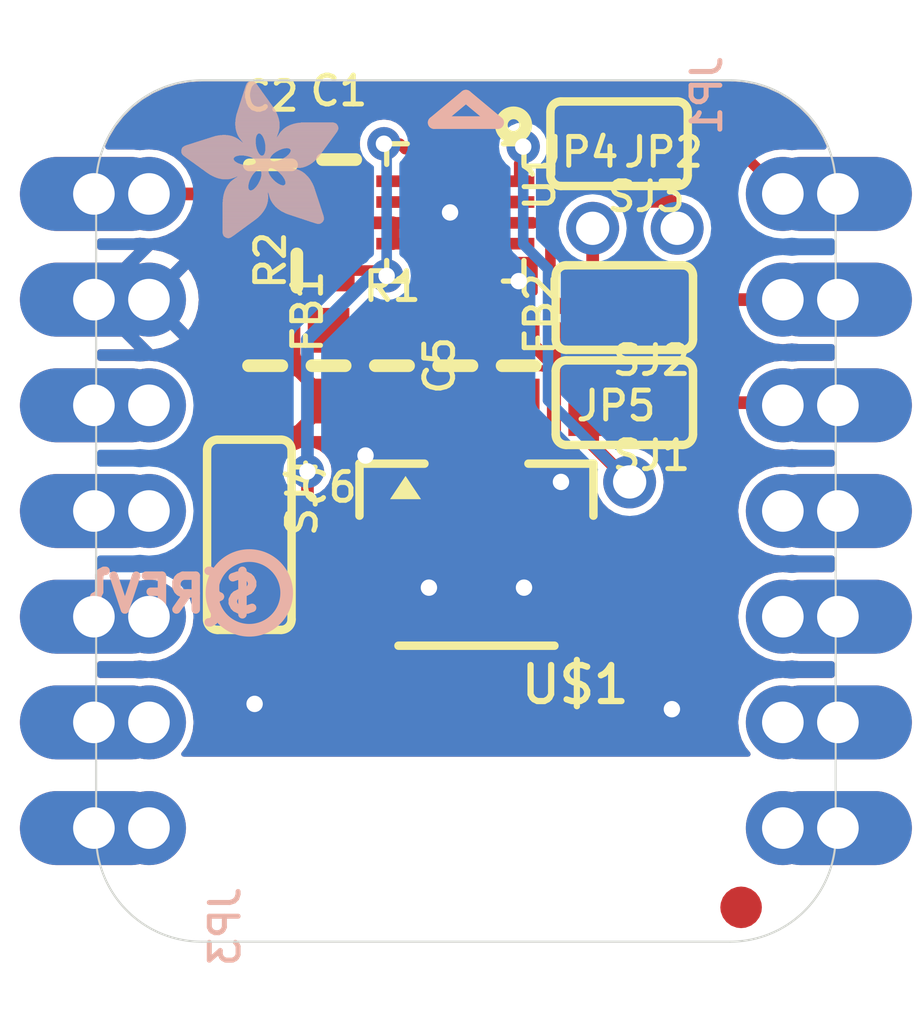
<source format=kicad_pcb>
(kicad_pcb (version 20221018) (generator pcbnew)
  (layers (0 "F.Cu" signal) (1 "In1.Cu" signal) (2 "In2.Cu" signal) (3 "In3.Cu" signal) (4 "In4.Cu" signal) (5 "In5.Cu" signal) (6 "In6.Cu" signal) (7 "In7.Cu" signal) (8 "In8.Cu" signal) (9 "In9.Cu" signal) (10 "In10.Cu" signal) (11 "In11.Cu" signal) (12 "In12.Cu" signal) (13 "In13.Cu" signal) (14 "In14.Cu" signal) (31 "B.Cu" signal) (34 "B.Paste" user) (35 "F.Paste" user) (36 "B.SilkS" user "B.Silkscreen") (37 "F.SilkS" user "F.Silkscreen") (38 "B.Mask" user) (39 "F.Mask" user) (44 "Edge.Cuts" user))
  (net 0 "")
  (net 1 "GND")
  (net 2 "+5V")
  (net 3 "A3")
  (net 4 "A0")
  (net 5 "A1")
  (net 6 "A2")
  (net 7 "SDA")
  (net 8 "SCL")
  (net 9 "TX")
  (net 10 "3V")
  (net 11 "MOSI")
  (net 12 "SCK")
  (net 13 "RX")
  (net 14 "MISO")
  (net 15 "SD_MODE")
  (net 16 "N$5")
  (net 17 "N$6")
  (net 18 "VO-")
  (net 19 "VO+")
  (net 20 "BCLK")
  (net 21 "LRCLK")
  (net 22 "DIN")
  (net 23 "GAIN")
  (net 24 "N$1")
  (footprint "working:FIDUCIAL_1MM" (layer "F.Cu") (at 155.1178 114.5286)
    (fp_text reference "U$6" hide)
    (fp_text value "FIDUCIAL_1MM" hide)
    (pad "1" smd roundrect (at 0 0) (size 1 1) (layers "F.Cu" "F.Mask") (roundrect_rratio 0.5))
  )
  (footprint "working:PLABEL3" (layer "F.Cu") (at 142.4051 97.5106 90)
    (fp_text reference "PLABEL3" hide)
    (fp_text value "" hide)
  )
  (footprint "working:PLABEL8" (layer "F.Cu") (at 142.5321 99.9236 90)
    (fp_text reference "PLABEL8" hide)
    (fp_text value "" hide)
  )
  (footprint "working:SOLDERJUMPER_CLOSEDWIRE" (layer "F.Cu") (at 152.3111 102.4001 180)
    (fp_text reference "SJ1" (at -1.651 -1.27) (layer "F.SilkS") (effects (font (size 0.692831 0.692831) (thickness 0.119969)) (justify right)))
    (fp_text value "")
    (pad "1" smd rect (at -0.762 0 180) (size 1.1684 1.6002) (layers "F.Cu") (net 6 "A2"))
    (pad "2" smd rect (at 0.762 0 180) (size 1.1684 1.6002) (layers "F.Cu") (net 20 "BCLK"))
    (pad "WIRE" smd rect (at 0 0) (size 0.635 0.2032) (layers "F.Cu"))
  )
  (footprint "working:1X01_2MM" (layer "F.Cu") (at 152.4381 104.3051)
    (fp_text reference "JP5" (at -1.3462 -1.8288) (layer "F.SilkS") (effects (font (size 0.692831 0.692831) (thickness 0.119969)) (justify left)))
    (fp_text value "")
    (pad "1" thru_hole circle (at 0 0 90) (size 1.27 1.27) (drill 0.8) (layers "*.Cu" "*.Mask") (net 20 "BCLK"))
  )
  (footprint "working:SOLDERJUMPER_2WAY_OPEN_NOPASTE" (layer "F.Cu") (at 143.2941 105.5751 -90)
    (fp_text reference "SJ4" (at -1.905 -1.27 90) (layer "F.SilkS") (effects (font (size 0.692831 0.692831) (thickness 0.119969)) (justify right)))
    (fp_text value "")
    (pad "1" smd rect (at -1.397 0 270) (size 1.1684 1.6002) (layers "F.Cu") (net 24 "N$1"))
    (pad "2" smd rect (at 0 0 270) (size 1.1684 1.6002) (layers "F.Cu") (net 15 "SD_MODE"))
    (pad "3" smd rect (at 1.397 0 270) (size 1.1684 1.6002) (layers "F.Cu") (net 2 "+5V"))
  )
  (footprint "working:FIDUCIAL_1MM" (layer "F.Cu") (at 141.7066 95.6056)
    (fp_text reference "U$8" hide)
    (fp_text value "FIDUCIAL_1MM" hide)
    (pad "1" smd roundrect (at 0 0) (size 1 1) (layers "F.Cu" "F.Mask") (roundrect_rratio 0.5))
  )
  (footprint "working:0603-NO" (layer "F.Cu") (at 143.6751 101.5111 90)
    (fp_text reference "R2" (at 1.778 0.127 90) (layer "F.SilkS") (effects (font (size 0.692831 0.692831) (thickness 0.119969)) (justify left)))
    (fp_text value "560K")
    (pad "1" smd rect (at -0.85 0 90) (size 1.075 1) (layers "F.Cu" "F.Paste" "F.Mask") (net 24 "N$1"))
    (pad "2" smd rect (at 0.85 0 90) (size 1.075 1) (layers "F.Cu" "F.Paste" "F.Mask") (net 2 "+5V"))
  )
  (footprint "working:PLABEL23" (layer "F.Cu") (at 142.0241 103.0351)
    (fp_text reference "PLABEL23" hide)
    (fp_text value "" hide)
  )
  (footprint "working:PLABEL7" (layer "F.Cu") (at 154.5971 104.8131 90)
    (fp_text reference "PLABEL7" hide)
    (fp_text value "" hide)
  )
  (footprint "working:PLABEL21" (layer "F.Cu") (at 148.8821 109.7661)
    (fp_text reference "PLABEL21" hide)
    (fp_text value "" hide)
  )
  (footprint "working:PLABEL20" (layer "F.Cu") (at 148.6281 113.0681)
    (fp_text reference "PLABEL20" hide)
    (fp_text value "" hide)
  )
  (footprint "working:PLABEL14" (layer "F.Cu") (at 142.5321 112.6236 90)
    (fp_text reference "PLABEL14" hide)
    (fp_text value "" hide)
  )
  (footprint "working:0603-NO" (layer "F.Cu") (at 148.2471 101.5111 -90)
    (fp_text reference "FB2" (at -0.1905 -2.032 90) (layer "F.SilkS") (effects (font (size 0.692831 0.692831) (thickness 0.119969)) (justify left)))
    (fp_text value "Ferrite")
    (pad "1" smd rect (at -0.85 0 270) (size 1.075 1) (layers "F.Cu" "F.Paste" "F.Mask") (net 16 "N$5"))
    (pad "2" smd rect (at 0.85 0 270) (size 1.075 1) (layers "F.Cu" "F.Paste" "F.Mask") (net 18 "VO-"))
  )
  (footprint "working:0603-NO" (layer "F.Cu") (at 144.4371 99.2251 180)
    (fp_text reference "R1" (at -3.048 -0.381) (layer "F.SilkS") (effects (font (size 0.692831 0.692831) (thickness 0.119969)) (justify right)))
    (fp_text value "1M")
    (pad "1" smd rect (at -0.85 0 180) (size 1.075 1) (layers "F.Cu" "F.Paste" "F.Mask") (net 15 "SD_MODE"))
    (pad "2" smd rect (at 0.85 0 180) (size 1.075 1) (layers "F.Cu" "F.Paste" "F.Mask") (net 2 "+5V"))
  )
  (footprint "working:QFN16_3MM" (layer "F.Cu") (at 148.2471 97.8281 -90)
    (fp_text reference "U1" (at -1.524 -2.032 90) (layer "F.SilkS") (effects (font (size 0.692831 0.692831) (thickness 0.119969)) (justify right)))
    (fp_text value "MAX98357A")
    (pad "1" smd rect (at -1.5 -0.75 270) (size 0.8 0.28) (layers "F.Cu" "F.Paste") (net 22 "DIN"))
    (pad "2" smd rect (at -1.5 -0.25 270) (size 0.8 0.28) (layers "F.Cu" "F.Paste") (net 23 "GAIN"))
    (pad "3" smd rect (at -1.5 0.25 270) (size 0.8 0.28) (layers "F.Cu" "F.Paste") (net 1 "GND"))
    (pad "4" smd rect (at -1.5 0.75 270) (size 0.8 0.28) (layers "F.Cu" "F.Paste") (net 15 "SD_MODE"))
    (pad "5" smd rect (at -0.75 1.5) (size 0.8 0.28) (layers "F.Cu" "F.Paste"))
    (pad "6" smd rect (at -0.25 1.5) (size 0.8 0.28) (layers "F.Cu" "F.Paste"))
    (pad "7" smd rect (at 0.25 1.5) (size 0.8 0.28) (layers "F.Cu" "F.Paste") (net 2 "+5V"))
    (pad "8" smd rect (at 0.75 1.5) (size 0.8 0.28) (layers "F.Cu" "F.Paste") (net 2 "+5V"))
    (pad "9" smd rect (at 1.5 0.75 90) (size 0.8 0.28) (layers "F.Cu" "F.Paste") (net 17 "N$6"))
    (pad "10" smd rect (at 1.5 0.25 90) (size 0.8 0.28) (layers "F.Cu" "F.Paste") (net 16 "N$5"))
    (pad "11" smd rect (at 1.5 -0.25 90) (size 0.8 0.28) (layers "F.Cu" "F.Paste") (net 1 "GND"))
    (pad "12" smd rect (at 1.5 -0.75 90) (size 0.8 0.28) (layers "F.Cu" "F.Paste"))
    (pad "13" smd rect (at 0.75 -1.5 180) (size 0.8 0.28) (layers "F.Cu" "F.Paste"))
    (pad "14" smd rect (at 0.25 -1.5 180) (size 0.8 0.28) (layers "F.Cu" "F.Paste") (net 21 "LRCLK"))
    (pad "15" smd rect (at -0.25 -1.5 180) (size 0.8 0.28) (layers "F.Cu" "F.Paste") (net 1 "GND"))
    (pad "16" smd rect (at -0.75 -1.5 180) (size 0.8 0.28) (layers "F.Cu" "F.Paste") (net 20 "BCLK"))
    (pad "THERMAL" smd rect (at 0 0 270) (size 1.5 1.5) (layers "F.Cu" "F.Mask") (net 1 "GND"))
  )
  (footprint "working:0603-NO" (layer "F.Cu") (at 145.4531 96.5581 90)
    (fp_text reference "C1" (at 1.651 -0.762) (layer "F.SilkS") (effects (font (size 0.692831 0.692831) (thickness 0.119969)) (justify left)))
    (fp_text value "0.1uF")
    (pad "1" smd rect (at -0.85 0 90) (size 1.075 1) (layers "F.Cu" "F.Paste" "F.Mask") (net 2 "+5V"))
    (pad "2" smd rect (at 0.85 0 90) (size 1.075 1) (layers "F.Cu" "F.Paste" "F.Mask") (net 1 "GND"))
  )
  (footprint "working:PLABEL5" (layer "F.Cu") (at 154.5971 102.4001 90)
    (fp_text reference "PLABEL5" hide)
    (fp_text value "" hide)
  )
  (footprint "working:53398-0271" (layer "F.Cu") (at 148.7551 105.4481 180)
    (fp_text reference "U$1" (at -3.75 -3.73) (layer "F.SilkS") (effects (font (size 0.866038 0.866038) (thickness 0.149962)) (justify right)))
    (fp_text value "CON_MOLEX_2P")
    (pad "1" smd rect (at 0.625 1.27) (size 0.8 1.6) (layers "F.Cu" "F.Paste" "F.Mask") (net 19 "VO+"))
    (pad "2" smd rect (at -0.625 1.27) (size 0.8 1.6) (layers "F.Cu" "F.Paste" "F.Mask") (net 18 "VO-"))
    (pad "M1" smd rect (at 3.185 -1.48 90) (size 3 2.1) (layers "F.Cu" "F.Paste" "F.Mask") (net 1 "GND"))
    (pad "M2" smd rect (at -3.185 -1.48 90) (size 3 2.1) (layers "F.Cu" "F.Paste" "F.Mask") (net 1 "GND"))
  )
  (footprint "working:0603-NO" (layer "F.Cu") (at 145.1991 101.5111 -90)
    (fp_text reference "C6" (at 2.921 0.762) (layer "F.SilkS") (effects (font (size 0.692831 0.692831) (thickness 0.119969)) (justify left)))
    (fp_text value "220pF")
    (pad "1" smd rect (at -0.85 0 270) (size 1.075 1) (layers "F.Cu" "F.Paste" "F.Mask") (net 19 "VO+"))
    (pad "2" smd rect (at 0.85 0 270) (size 1.075 1) (layers "F.Cu" "F.Paste" "F.Mask") (net 1 "GND"))
  )
  (footprint "working:PLABEL4" (layer "F.Cu") (at 154.5971 99.7331 90)
    (fp_text reference "PLABEL4" hide)
    (fp_text value "" hide)
  )
  (footprint "working:0603-NO" (layer "F.Cu") (at 149.7711 101.5111 90)
    (fp_text reference "C5" (at 0.762 -1.905 90) (layer "F.SilkS") (effects (font (size 0.692831 0.692831) (thickness 0.119969)) (justify right)))
    (fp_text value "220pF")
    (pad "1" smd rect (at -0.85 0 90) (size 1.075 1) (layers "F.Cu" "F.Paste" "F.Mask") (net 18 "VO-"))
    (pad "2" smd rect (at 0.85 0 90) (size 1.075 1) (layers "F.Cu" "F.Paste" "F.Mask") (net 1 "GND"))
  )
  (footprint "working:0805-NO" (layer "F.Cu") (at 143.8021 96.6851 90)
    (fp_text reference "C2" (at 1.651 -0.762) (layer "F.SilkS") (effects (font (size 0.692831 0.692831) (thickness 0.119969)) (justify left)))
    (fp_text value "10uF")
    (pad "1" smd rect (at -0.95 0 90) (size 1.24 1.5) (layers "F.Cu" "F.Paste" "F.Mask") (net 2 "+5V"))
    (pad "2" smd rect (at 0.95 0 90) (size 1.24 1.5) (layers "F.Cu" "F.Paste" "F.Mask") (net 1 "GND"))
  )
  (footprint "working:PLABEL22" (layer "F.Cu") (at 142.9131 109.1311)
    (fp_text reference "PLABEL22" hide)
    (fp_text value "" hide)
  )
  (footprint "working:1X01_2MM" (layer "F.Cu") (at 151.5491 98.2091)
    (fp_text reference "JP4" (at -1.3462 -1.8288) (layer "F.SilkS") (effects (font (size 0.692831 0.692831) (thickness 0.119969)) (justify left)))
    (fp_text value "")
    (pad "1" thru_hole circle (at 0 0 90) (size 1.27 1.27) (drill 0.8) (layers "*.Cu" "*.Mask") (net 21 "LRCLK"))
  )
  (footprint "working:1X01_2MM" (layer "F.Cu") (at 153.5811 98.2091)
    (fp_text reference "JP2" (at -1.3462 -1.8288) (layer "F.SilkS") (effects (font (size 0.692831 0.692831) (thickness 0.119969)) (justify left)))
    (fp_text value "")
    (pad "1" thru_hole circle (at 0 0 90) (size 1.27 1.27) (drill 0.8) (layers "*.Cu" "*.Mask") (net 22 "DIN"))
  )
  (footprint "working:PLABEL12" (layer "F.Cu") (at 154.5971 107.4801 90)
    (fp_text reference "PLABEL12" hide)
    (fp_text value "" hide)
  )
  (footprint "working:PLABEL6" (layer "F.Cu") (at 154.5971 97.1931 90)
    (fp_text reference "PLABEL6" hide)
    (fp_text value "" hide)
  )
  (footprint "working:PLABEL1" (layer "F.Cu") (at 154.5971 112.8141 90)
    (fp_text reference "PLABEL1" hide)
    (fp_text value "" hide)
  )
  (footprint "working:SOLDERJUMPER_CLOSEDWIRE" (layer "F.Cu") (at 152.3111 100.1141 180)
    (fp_text reference "SJ2" (at -1.651 -1.27) (layer "F.SilkS") (effects (font (size 0.692831 0.692831) (thickness 0.119969)) (justify right)))
    (fp_text value "")
    (pad "1" smd rect (at -0.762 0 180) (size 1.1684 1.6002) (layers "F.Cu") (net 5 "A1"))
    (pad "2" smd rect (at 0.762 0 180) (size 1.1684 1.6002) (layers "F.Cu") (net 21 "LRCLK"))
    (pad "WIRE" smd rect (at 0 0) (size 0.635 0.2032) (layers "F.Cu"))
  )
  (footprint "working:PLABEL2" (layer "F.Cu") (at 154.5971 110.1471 90)
    (fp_text reference "PLABEL2" hide)
    (fp_text value "" hide)
  )
  (footprint "working:0603-NO" (layer "F.Cu") (at 146.7231 101.5111 -90)
    (fp_text reference "FB1" (at -2.3495 2.032 90) (layer "F.SilkS") (effects (font (size 0.692831 0.692831) (thickness 0.119969)) (justify right)))
    (fp_text value "Ferrite")
    (pad "1" smd rect (at -0.85 0 270) (size 1.075 1) (layers "F.Cu" "F.Paste" "F.Mask") (net 17 "N$6"))
    (pad "2" smd rect (at 0.85 0 270) (size 1.075 1) (layers "F.Cu" "F.Paste" "F.Mask") (net 19 "VO+"))
  )
  (footprint "working:SOLDERJUMPER_CLOSEDWIRE" (layer "F.Cu") (at 152.1841 96.1771 180)
    (fp_text reference "SJ3" (at -1.651 -1.27) (layer "F.SilkS") (effects (font (size 0.692831 0.692831) (thickness 0.119969)) (justify right)))
    (fp_text value "")
    (pad "1" smd rect (at -0.762 0 180) (size 1.1684 1.6002) (layers "F.Cu") (net 4 "A0"))
    (pad "2" smd rect (at 0.762 0 180) (size 1.1684 1.6002) (layers "F.Cu") (net 22 "DIN"))
    (pad "WIRE" smd rect (at 0 0) (size 0.635 0.2032) (layers "F.Cu"))
  )
  (footprint "working:1X07_CASTEL" (layer "B.Cu") (at 140.8811 105.0036 90)
    (fp_text reference "JP3" (at -8.9662 1.8288 90) (layer "B.SilkS") (effects (font (size 0.692831 0.692831) (thickness 0.119969)) (justify left mirror)))
    (fp_text value "")
    (pad "1" thru_hole circle (at -7.62 0) (size 1.778 1.778) (drill 1) (layers "*.Cu" "*.Mask") (net 13 "RX"))
    (pad "1C" thru_hole oval (at -7.62 -1.323975) (size 3.556 1.778) (drill 1) (layers "*.Cu" "*.Mask") (net 13 "RX"))
    (pad "2" thru_hole circle (at -5.08 0) (size 1.778 1.778) (drill 1) (layers "*.Cu" "*.Mask") (net 12 "SCK"))
    (pad "2C" thru_hole oval (at -5.08 -1.323975) (size 3.556 1.778) (drill 1) (layers "*.Cu" "*.Mask") (net 12 "SCK"))
    (pad "3" thru_hole circle (at -2.54 0) (size 1.778 1.778) (drill 1) (layers "*.Cu" "*.Mask") (net 14 "MISO"))
    (pad "3C" thru_hole oval (at -2.54 -1.323975) (size 3.556 1.778) (drill 1) (layers "*.Cu" "*.Mask") (net 14 "MISO"))
    (pad "4" thru_hole circle (at 0 0) (size 1.778 1.778) (drill 1) (layers "*.Cu" "*.Mask") (net 11 "MOSI"))
    (pad "4C" thru_hole oval (at 0 -1.323975) (size 3.556 1.778) (drill 1) (layers "*.Cu" "*.Mask") (net 11 "MOSI"))
    (pad "5" thru_hole circle (at 2.54 0) (size 1.778 1.778) (drill 1) (layers "*.Cu" "*.Mask") (net 10 "3V"))
    (pad "5C" thru_hole oval (at 2.54 -1.323975) (size 3.556 1.778) (drill 1) (layers "*.Cu" "*.Mask") (net 10 "3V"))
    (pad "6" thru_hole circle (at 5.08 0) (size 1.778 1.778) (drill 1) (layers "*.Cu" "*.Mask") (net 1 "GND"))
    (pad "6C" thru_hole oval (at 5.08 -1.323975) (size 3.556 1.778) (drill 1) (layers "*.Cu" "*.Mask") (net 1 "GND"))
    (pad "7" thru_hole circle (at 7.62 0) (size 1.778 1.778) (drill 1) (layers "*.Cu" "*.Mask") (net 2 "+5V"))
    (pad "7C" thru_hole oval (at 7.62 -1.323975) (size 3.556 1.778) (drill 1) (layers "*.Cu" "*.Mask") (net 2 "+5V"))
  )
  (footprint "working:PLABEL27" (layer "B.Cu") (at 148.3741 112.0521 180)
    (fp_text reference "PLABEL27" hide)
    (fp_text value "" hide)
  )
  (footprint "working:PLABEL25" (layer "B.Cu") (at 151.1681 97.4471 90)
    (fp_text reference "PLABEL25" hide)
    (fp_text value "" hide)
  )
  (footprint "working:PLABEL26" (layer "B.Cu") (at 153.4541 105.0671 90)
    (fp_text reference "PLABEL26" hide)
    (fp_text value "" hide)
  )
  (footprint "working:1X07_CASTEL" (layer "B.Cu") (at 156.1211 105.0036 -90)
    (fp_text reference "JP1" (at -8.9662 1.8288 -270) (layer "B.SilkS") (effects (font (size 0.692831 0.692831) (thickness 0.119969)) (justify right mirror)))
    (fp_text value "")
    (pad "1" thru_hole circle (at -7.62 0 180) (size 1.778 1.778) (drill 1) (layers "*.Cu" "*.Mask") (net 4 "A0"))
    (pad "1C" thru_hole oval (at -7.62 -1.323975 180) (size 3.556 1.778) (drill 1) (layers "*.Cu" "*.Mask") (net 4 "A0"))
    (pad "2" thru_hole circle (at -5.08 0 180) (size 1.778 1.778) (drill 1) (layers "*.Cu" "*.Mask") (net 5 "A1"))
    (pad "2C" thru_hole oval (at -5.08 -1.323975 180) (size 3.556 1.778) (drill 1) (layers "*.Cu" "*.Mask") (net 5 "A1"))
    (pad "3" thru_hole circle (at -2.54 0 180) (size 1.778 1.778) (drill 1) (layers "*.Cu" "*.Mask") (net 6 "A2"))
    (pad "3C" thru_hole oval (at -2.54 -1.323975 180) (size 3.556 1.778) (drill 1) (layers "*.Cu" "*.Mask") (net 6 "A2"))
    (pad "4" thru_hole circle (at 0 0 180) (size 1.778 1.778) (drill 1) (layers "*.Cu" "*.Mask") (net 3 "A3"))
    (pad "4C" thru_hole oval (at 0 -1.323975 180) (size 3.556 1.778) (drill 1) (layers "*.Cu" "*.Mask") (net 3 "A3"))
    (pad "5" thru_hole circle (at 2.54 0 180) (size 1.778 1.778) (drill 1) (layers "*.Cu" "*.Mask") (net 7 "SDA"))
    (pad "5C" thru_hole oval (at 2.54 -1.323975 180) (size 3.556 1.778) (drill 1) (layers "*.Cu" "*.Mask") (net 7 "SDA"))
    (pad "6" thru_hole circle (at 5.08 0 180) (size 1.778 1.778) (drill 1) (layers "*.Cu" "*.Mask") (net 8 "SCL"))
    (pad "6C" thru_hole oval (at 5.08 -1.323975 180) (size 3.556 1.778) (drill 1) (layers "*.Cu" "*.Mask") (net 8 "SCL"))
    (pad "7" thru_hole circle (at 7.62 0 180) (size 1.778 1.778) (drill 1) (layers "*.Cu" "*.Mask") (net 9 "TX"))
    (pad "7C" thru_hole oval (at 7.62 -1.323975 180) (size 3.556 1.778) (drill 1) (layers "*.Cu" "*.Mask") (net 9 "TX"))
  )
  (footprint "working:PLABEL24" (layer "B.Cu") (at 153.3271 97.4471 90)
    (fp_text reference "PLABEL24" hide)
    (fp_text value "" hide)
  )
  (footprint "working:PLABEL28" (layer "B.Cu") (at 145.8341 102.7811 180)
    (fp_text reference "PLABEL28" hide)
    (fp_text value "" hide)
  )
  (footprint "working:ADAFRUIT_3.5MM" (layer "B.Cu") (at 145.4531 98.4631 180)
    (fp_text reference "U$2" hide)
    (fp_text value "" hide)
  )
  (footprint "working:PCBFEAT-REV-040" (layer "B.Cu") (at 143.2941 106.9721 180)
    (fp_text reference "U$3" hide)
    (fp_text value "" hide)
    (fp_text user "${REV}" (at -0.3556 -0.508) (layer "B.SilkS") (effects (font (size 0.8128 0.8128) (thickness 0.2032)) (justify left bottom mirror)))
  )
  (footprint "working:PLABEL19" (layer "B.Cu") (at 148.3741 97.3201 180)
    (fp_text reference "PLABEL19" hide)
    (fp_text value "" hide)
  )
  (gr_line (start 148.5011 95.0341) (end 149.2631 95.6691) (stroke (width 0.3048)) (layer "B.SilkS"))
  (gr_line (start 149.2631 95.6691) (end 147.7391 95.6691) (stroke (width 0.3048)) (layer "B.SilkS"))
  (gr_line (start 147.7391 95.6691) (end 148.5011 95.0341) (stroke (width 0.3048)) (layer "B.SilkS"))
  (gr_arc (start 157.3911 112.8141) (mid 156.647151 114.610151) (end 154.8511 115.3541) (stroke (width 0.05)) (layer "Edge.Cuts"))
  (gr_arc (start 154.8511 94.6531) (mid 156.647151 95.397049) (end 157.3911 97.1931) (stroke (width 0.05)) (layer "Edge.Cuts"))
  (gr_line (start 139.6111 112.8141) (end 139.6111 97.1931) (stroke (width 0.05)) (layer "Edge.Cuts"))
  (gr_arc (start 139.6111 97.1931) (mid 140.355049 95.397049) (end 142.1511 94.6531) (stroke (width 0.05)) (layer "Edge.Cuts"))
  (gr_arc (start 142.1511 115.3541) (mid 140.355049 114.610151) (end 139.6111 112.8141) (stroke (width 0.05)) (layer "Edge.Cuts"))
  (gr_line (start 154.8511 115.3541) (end 142.1511 115.3541) (stroke (width 0.05)) (layer "Edge.Cuts"))
  (gr_line (start 157.3911 97.1931) (end 157.3911 112.8141) (stroke (width 0.05)) (layer "Edge.Cuts"))
  (gr_line (start 142.1511 94.6531) (end 154.8511 94.6531) (stroke (width 0.05)) (layer "Edge.Cuts"))
  (segment (start 149.7471 97.5781) (end 148.4971 97.5781) (width 0.3048) (layer "F.Cu") (net 1))
  (segment (start 145.4531 95.7081) (end 145.8731 95.2881) (width 0.3048) (layer "F.Cu") (net 1))
  (segment (start 148.4971 99.3281) (end 148.4971 98.0781) (width 0.3048) (layer "F.Cu") (net 1))
  (segment (start 147.9971 95.4191) (end 147.9971 96.3281) (width 0.3048) (layer "F.Cu") (net 1))
  (segment (start 147.8661 95.2881) (end 147.9971 95.4191) (width 0.3048) (layer "F.Cu") (net 1))
  (segment (start 145.8731 95.2881) (end 147.8661 95.2881) (width 0.3048) (layer "F.Cu") (net 1))
  (segment (start 148.4971 98.0781) (end 148.2471 97.8281) (width 0.3048) (layer "F.Cu") (net 1))
  (segment (start 147.9971 97.5781) (end 148.2471 97.8281) (width 0.3048) (layer "F.Cu") (net 1))
  (segment (start 147.9971 96.3281) (end 147.9971 97.5781) (width 0.3048) (layer "F.Cu") (net 1))
  (segment (start 148.4971 97.5781) (end 148.2471 97.8281) (width 0.3048) (layer "F.Cu") (net 1))
  (via (at 149.7711 99.4791) (size 0.8001) (drill 0.3937) (layers "F.Cu" "B.Cu") (net 1))
  (via (at 143.4211 109.6391) (size 0.8001) (drill 0.3937) (layers "F.Cu" "B.Cu") (net 1))
  (via (at 148.1201 97.8281) (size 0.8001) (drill 0.3937) (layers "F.Cu" "B.Cu") (net 1))
  (via (at 147.6121 106.8451) (size 0.8001) (drill 0.3937) (layers "F.Cu" "B.Cu") (net 1))
  (via (at 153.4541 109.7661) (size 0.8001) (drill 0.3937) (layers "F.Cu" "B.Cu") (net 1))
  (via (at 150.7871 104.3051) (size 0.8001) (drill 0.3937) (layers "F.Cu" "B.Cu") (net 1))
  (via (at 146.0881 103.6701) (size 0.8001) (drill 0.3937) (layers "F.Cu" "B.Cu") (net 1))
  (via (at 149.8981 106.8451) (size 0.8001) (drill 0.3937) (layers "F.Cu" "B.Cu") (net 1))
  (segment (start 143.8021 97.6351) (end 143.8021 99.0101) (width 0.3048) (layer "F.Cu") (net 2))
  (segment (start 143.8021 97.6351) (end 145.2261 97.6351) (width 0.3048) (layer "F.Cu") (net 2))
  (segment (start 146.7471 98.0781) (end 146.7471 98.5781) (width 0.3048) (layer "F.Cu") (net 2))
  (segment (start 142.1511 102.1851) (end 142.1511 106.7181) (width 0.3048) (layer "F.Cu") (net 2))
  (segment (start 142.5321 107.0991) (end 143.1671 107.0991) (width 0.3048) (layer "F.Cu") (net 2))
  (segment (start 143.8021 99.0101) (end 143.5871 99.2251) (width 0.3048) (layer "F.Cu") (net 2))
  (segment (start 143.5871 100.5731) (end 143.6751 100.6611) (width 0.3048) (layer "F.Cu") (net 2))
  (segment (start 139.557125 97.3836) (end 143.5506 97.3836) (width 0.3048) (layer "F.Cu") (net 2))
  (segment (start 143.1671 107.0991) (end 143.2941 106.9721) (width 0.3048) (layer "F.Cu") (net 2))
  (segment (start 143.5871 99.2251) (end 143.5871 100.5731) (width 0.3048) (layer "F.Cu") (net 2))
  (segment (start 146.7471 98.0781) (end 146.1231 98.0781) (width 0.3048) (layer "F.Cu") (net 2))
  (segment (start 146.1231 98.0781) (end 145.4531 97.4081) (width 0.3048) (layer "F.Cu") (net 2))
  (segment (start 145.2261 97.6351) (end 145.4531 97.4081) (width 0.3048) (layer "F.Cu") (net 2))
  (segment (start 143.5506 97.3836) (end 143.8021 97.6351) (width 0.3048) (layer "F.Cu") (net 2))
  (segment (start 142.1511 106.7181) (end 142.5321 107.0991) (width 0.3048) (layer "F.Cu") (net 2))
  (segment (start 139.557125 97.3836) (end 140.8811 97.3836) (width 0.3048) (layer "F.Cu") (net 2))
  (segment (start 143.6751 100.6611) (end 142.1511 102.1851) (width 0.3048) (layer "F.Cu") (net 2))
  (segment (start 157.445075 105.0036) (end 156.1211 105.0036) (width 0.3048) (layer "F.Cu") (net 3))
  (segment (start 154.9146 96.1771) (end 156.1211 97.3836) (width 0.254) (layer "F.Cu") (net 4))
  (segment (start 157.445075 97.3836) (end 156.1211 97.3836) (width 0.3048) (layer "F.Cu") (net 4))
  (segment (start 152.9461 96.1771) (end 154.9146 96.1771) (width 0.254) (layer "F.Cu") (net 4))
  (segment (start 153.0731 100.1141) (end 153.2636 99.9236) (width 0.3048) (layer "F.Cu") (net 5))
  (segment (start 156.6291 99.9236) (end 156.1211 99.9236) (width 0.3048) (layer "F.Cu") (net 5))
  (segment (start 153.2636 99.9236) (end 156.1211 99.9236) (width 0.3048) (layer "F.Cu") (net 5))
  (segment (start 157.445075 99.9236) (end 156.6291 99.9236) (width 0.3048) (layer "F.Cu") (net 5))
  (segment (start 156.1211 102.4636) (end 156.08935 102.43185) (width 0.254) (layer "F.Cu") (net 6))
  (segment (start 155.9941 102.5271) (end 156.08935 102.43185) (width 0.3048) (layer "F.Cu") (net 6))
  (segment (start 153.0731 102.4001) (end 155.3591 102.4001) (width 0.3048) (layer "F.Cu") (net 6))
  (segment (start 155.4861 102.5271) (end 155.9941 102.5271) (width 0.3048) (layer "F.Cu") (net 6))
  (segment (start 157.445075 102.4636) (end 156.1211 102.4636) (width 0.3048) (layer "F.Cu") (net 6))
  (segment (start 155.3591 102.4001) (end 155.4861 102.5271) (width 0.3048) (layer "F.Cu") (net 6))
  (segment (start 157.445075 107.5436) (end 156.1211 107.5436) (width 0.3048) (layer "F.Cu") (net 7))
  (segment (start 157.445075 110.0836) (end 156.1211 110.0836) (width 0.3048) (layer "F.Cu") (net 8))
  (segment (start 157.445075 112.6236) (end 156.1211 112.6236) (width 0.3048) (layer "F.Cu") (net 9))
  (segment (start 139.557125 102.4636) (end 140.8811 102.4636) (width 0.3048) (layer "F.Cu") (net 10))
  (segment (start 139.557125 105.0036) (end 140.8811 105.0036) (width 0.3048) (layer "F.Cu") (net 11))
  (segment (start 139.557125 110.0836) (end 140.8811 110.0836) (width 0.3048) (layer "F.Cu") (net 12))
  (segment (start 139.557125 112.6236) (end 140.8811 112.6236) (width 0.3048) (layer "F.Cu") (net 13))
  (segment (start 139.557125 107.5436) (end 140.8811 107.5436) (width 0.3048) (layer "F.Cu") (net 14))
  (segment (start 144.4063 105.0979) (end 144.6911 104.8131) (width 0.3048) (layer "F.Cu") (net 15))
  (segment (start 146.5961 99.3521) (end 146.4691 99.2251) (width 0.254) (layer "F.Cu") (net 15))
  (segment (start 144.383325 105.0979) (end 144.4063 105.0979) (width 0.3048) (layer "F.Cu") (net 15))
  (segment (start 144.6911 104.8131) (end 144.6911 104.0511) (width 0.3048) (layer "F.Cu") (net 15))
  (segment (start 147.4731 96.3041) (end 147.03895 96.3041) (width 0.254) (layer "F.Cu") (net 15))
  (segment (start 147.03895 96.3041) (end 146.91195 96.1771) (width 0.254) (layer "F.Cu") (net 15))
  (segment (start 147.4971 96.3281) (end 147.4731 96.3041) (width 0.254) (layer "F.Cu") (net 15))
  (segment (start 146.91195 96.1771) (end 146.53095 96.1771) (width 0.254) (layer "F.Cu") (net 15))
  (segment (start 145.2871 99.2251) (end 146.4691 99.2251) (width 0.254) (layer "F.Cu") (net 15))
  (segment (start 143.906125 105.5751) (end 144.383325 105.0979) (width 0.3048) (layer "F.Cu") (net 15))
  (segment (start 143.2941 105.5751) (end 143.906125 105.5751) (width 0.3048) (layer "F.Cu") (net 15))
  (via (at 144.6911 104.0511) (size 0.8001) (drill 0.3937) (layers "F.Cu" "B.Cu") (net 15))
  (via (at 146.5961 99.3521) (size 0.8001) (drill 0.3937) (layers "F.Cu" "B.Cu") (net 15))
  (via (at 146.53095 96.1771) (size 0.8001) (drill 0.3937) (layers "F.Cu" "B.Cu") (net 15))
  (segment (start 146.5961 99.3521) (end 146.596087 96.111963) (width 0.254) (layer "B.Cu") (net 15))
  (segment (start 146.53095 96.1771) (end 146.596087 96.111963) (width 0.254) (layer "B.Cu") (net 15))
  (segment (start 144.6911 104.0511) (end 144.6911 100.8761) (width 0.3048) (layer "B.Cu") (net 15))
  (segment (start 146.2151 99.3521) (end 146.5961 99.3521) (width 0.3048) (layer "B.Cu") (net 15))
  (segment (start 144.6911 100.8761) (end 146.2151 99.3521) (width 0.3048) (layer "B.Cu") (net 15))
  (segment (start 147.9971 99.3281) (end 147.9971 100.4111) (width 0.254) (layer "F.Cu") (net 16))
  (segment (start 147.9971 100.4111) (end 148.2471 100.6611) (width 0.254) (layer "F.Cu") (net 16))
  (segment (start 147.4971 99.3281) (end 147.4971 99.8871) (width 0.254) (layer "F.Cu") (net 17))
  (segment (start 147.4971 99.8871) (end 146.7231 100.6611) (width 0.254) (layer "F.Cu") (net 17))
  (segment (start 148.2471 102.3611) (end 149.3411 102.3611) (width 0.3048) (layer "F.Cu") (net 18))
  (segment (start 149.3801 104.1781) (end 149.3801 102.4001) (width 0.3048) (layer "F.Cu") (net 18))
  (segment (start 149.7711 102.3611) (end 149.3411 102.3611) (width 0.3048) (layer "F.Cu") (net 18))
  (segment (start 149.3801 102.4001) (end 149.3411 102.3611) (width 0.3048) (layer "F.Cu") (net 18))
  (segment (start 145.1991 100.6611) (end 145.1991 100.7881) (width 0.3048) (layer "F.Cu") (net 19))
  (segment (start 147.1141 102.7521) (end 146.7231 102.3611) (width 0.3048) (layer "F.Cu") (net 19))
  (segment (start 146.617559 102.466641) (end 146.535528 102.124529) (width 0.3048) (layer "F.Cu") (net 19))
  (segment (start 148.1301 104.1781) (end 147.1141 103.1621) (width 0.3048) (layer "F.Cu") (net 19))
  (segment (start 146.7231 102.3611) (end 146.617559 102.466641) (width 0.3048) (layer "F.Cu") (net 19))
  (segment (start 146.535528 102.124529) (end 145.1991 100.7881) (width 0.3048) (layer "F.Cu") (net 19))
  (segment (start 147.1141 102.7521) (end 147.1141 103.1621) (width 0.3048) (layer "F.Cu") (net 19))
  (segment (start 151.5491 102.4001) (end 151.5491 103.4161) (width 0.3048) (layer "F.Cu") (net 20))
  (segment (start 149.87905 96.56305) (end 149.87905 96.24695) (width 0.254) (layer "F.Cu") (net 20))
  (segment (start 149.7471 97.0781) (end 149.7831 97.0781) (width 0.254) (layer "F.Cu") (net 20))
  (segment (start 149.7831 97.0781) (end 149.7831 96.659) (width 0.254) (layer "F.Cu") (net 20))
  (segment (start 149.87905 96.56305) (end 149.7831 96.659) (width 0.254) (layer "F.Cu") (net 20))
  (segment (start 151.5491 103.4161) (end 152.4381 104.3051) (width 0.3048) (layer "F.Cu") (net 20))
  (via (at 149.87905 96.24695) (size 0.8001) (drill 0.3937) (layers "F.Cu" "B.Cu") (net 20))
  (segment (start 149.87905 96.24695) (end 149.87905 98.590238) (width 0.254) (layer "B.Cu") (net 20))
  (segment (start 149.87905 98.590238) (end 150.47595 99.187138) (width 0.254) (layer "B.Cu") (net 20))
  (segment (start 150.47595 102.34295) (end 152.4381 104.3051) (width 0.254) (layer "B.Cu") (net 20))
  (segment (start 150.47595 99.187138) (end 150.47595 102.34295) (width 0.254) (layer "B.Cu") (net 20))
  (segment (start 149.7471 98.0781) (end 150.4021 98.0781) (width 0.254) (layer "F.Cu") (net 21))
  (segment (start 151.5491 99.8601) (end 151.4221 99.9871) (width 0.3048) (layer "F.Cu") (net 21))
  (segment (start 150.7871 100.1141) (end 151.5491 100.1141) (width 0.3048) (layer "F.Cu") (net 21))
  (segment (start 150.5331 98.2091) (end 150.5331 99.8601) (width 0.254) (layer "F.Cu") (net 21))
  (segment (start 150.5331 99.8601) (end 150.6601 99.9871) (width 0.254) (layer "F.Cu") (net 21))
  (segment (start 150.6601 99.9871) (end 150.7871 100.1141) (width 0.3048) (layer "F.Cu") (net 21))
  (segment (start 151.5491 98.2091) (end 151.5491 99.8601) (width 0.3048) (layer "F.Cu") (net 21))
  (segment (start 150.4021 98.0781) (end 150.5331 98.2091) (width 0.254) (layer "F.Cu") (net 21))
  (segment (start 151.4221 99.9871) (end 151.5491 100.1141) (width 0.254) (layer "F.Cu") (net 21))
  (segment (start 151.5364 96.2914) (end 151.5364 96.618675) (width 0.3048) (layer "F.Cu") (net 22))
  (segment (start 151.5364 96.618675) (end 152.479125 97.5614) (width 0.3048) (layer "F.Cu") (net 22))
  (segment (start 152.479125 97.5614) (end 153.4414 97.5614) (width 0.3048) (layer "F.Cu") (net 22))
  (segment (start 150.5331 95.2881) (end 149.2751 95.2881) (width 0.254) (layer "F.Cu") (net 22))
  (segment (start 151.4221 96.1771) (end 151.5364 96.2914) (width 0.3048) (layer "F.Cu") (net 22))
  (segment (start 149.2751 95.2881) (end 148.9971 95.5661) (width 0.254) (layer "F.Cu") (net 22))
  (segment (start 153.5811 97.7011) (end 153.4414 97.5614) (width 0.3048) (layer "F.Cu") (net 22))
  (segment (start 151.4221 96.1771) (end 150.5331 95.2881) (width 0.254) (layer "F.Cu") (net 22))
  (segment (start 148.9971 95.5661) (end 148.9971 96.3281) (width 0.254) (layer "F.Cu") (net 22))
  (segment (start 153.5811 97.7011) (end 153.5811 98.2091) (width 0.3048) (layer "F.Cu") (net 22))
  (segment (start 143.6751 102.3611) (end 143.6751 103.7971) (width 0.2032) (layer "F.Cu") (net 24))
  (segment (start 143.6751 103.7971) (end 143.2941 104.1781) (width 0.2032) (layer "F.Cu") (net 24))
  (zone (net 1) (net_name "GND") (layer "F.Cu") (priority 6) (connect_pads (clearance 0.000001)) (min_thickness 0.127) (fill yes (thermal_gap 0.304) (thermal_bridge_width 0.304))
    (polygon (pts (xy 157.5181 110.9091) (xy 139.4841 110.9091) (xy 139.4841 94.5261) (xy 157.5181 94.5261)))
  )
  (zone (net 1) (net_name "GND") (layer "B.Cu") (priority 6) (connect_pads (clearance 0.000001)) (min_thickness 0.127) (fill yes (thermal_gap 0.304) (thermal_bridge_width 0.304))
    (polygon (pts (xy 157.5181 110.9091) (xy 139.4841 110.9091) (xy 139.4841 94.5261) (xy 157.5181 94.5261)))
  )
)
</source>
